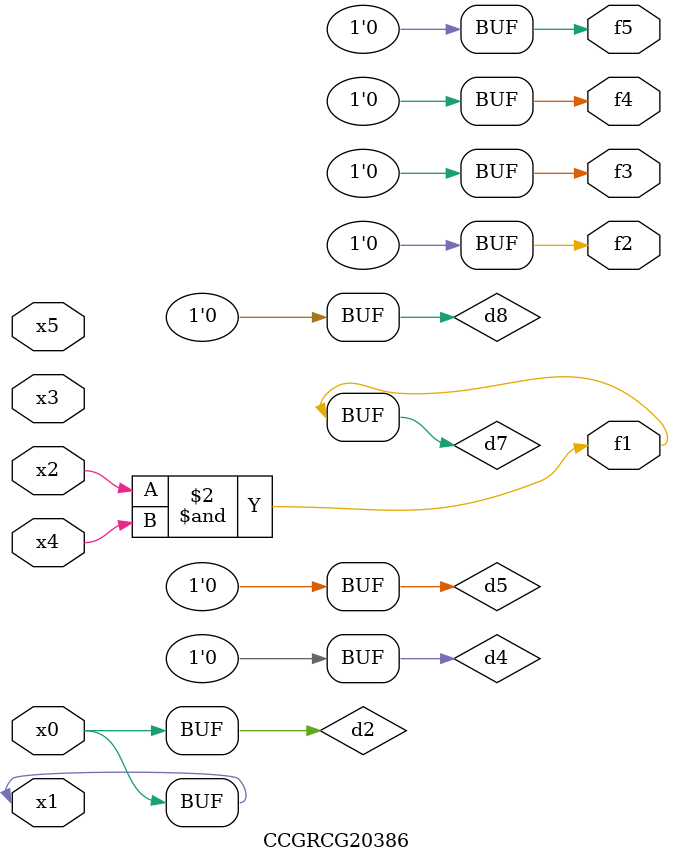
<source format=v>
module CCGRCG20386(
	input x0, x1, x2, x3, x4, x5,
	output f1, f2, f3, f4, f5
);

	wire d1, d2, d3, d4, d5, d6, d7, d8, d9;

	nand (d1, x1);
	buf (d2, x0, x1);
	nand (d3, x2, x4);
	and (d4, d1, d2);
	and (d5, d1, d2);
	nand (d6, d1, d3);
	not (d7, d3);
	xor (d8, d5);
	nor (d9, d5, d6);
	assign f1 = d7;
	assign f2 = d8;
	assign f3 = d8;
	assign f4 = d8;
	assign f5 = d8;
endmodule

</source>
